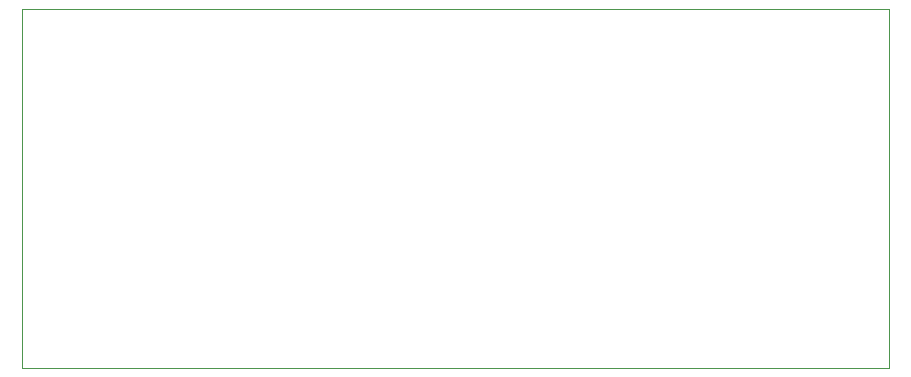
<source format=gbr>
%TF.GenerationSoftware,KiCad,Pcbnew,8.0.8*%
%TF.CreationDate,2025-10-03T14:44:35+02:00*%
%TF.ProjectId,REG8bit-SMD-V3.0,52454738-6269-4742-9d53-4d442d56332e,rev?*%
%TF.SameCoordinates,Original*%
%TF.FileFunction,Profile,NP*%
%FSLAX46Y46*%
G04 Gerber Fmt 4.6, Leading zero omitted, Abs format (unit mm)*
G04 Created by KiCad (PCBNEW 8.0.8) date 2025-10-03 14:44:35*
%MOMM*%
%LPD*%
G01*
G04 APERTURE LIST*
%TA.AperFunction,Profile*%
%ADD10C,0.050000*%
%TD*%
G04 APERTURE END LIST*
D10*
X48200000Y-102750000D02*
X121600000Y-102750000D01*
X121600000Y-133100000D01*
X48200000Y-133100000D01*
X48200000Y-102750000D01*
M02*

</source>
